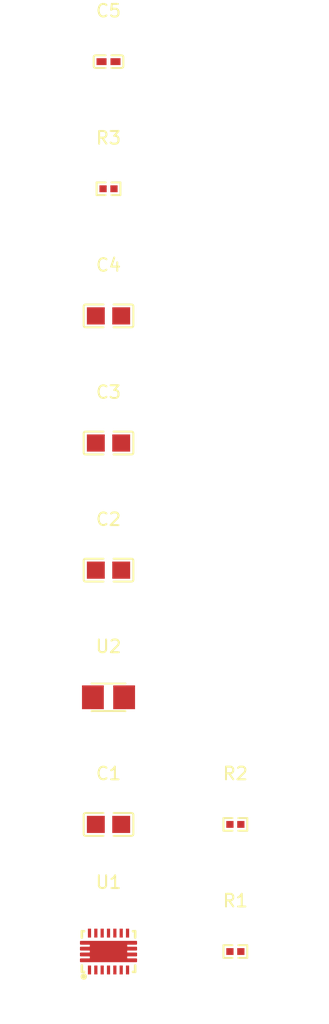
<source format=kicad_pcb>
(kicad_pcb (version 20241229) (generator "pcbnew") (generator_version "9.0")
  (layers (0 "F.Cu" signal) (2 "B.Cu" signal) (13 "F.Paste" user) (15 "B.Paste" user) (5 "F.SilkS" user "F.Silkscreen") (7 "B.SilkS" user "B.Silkscreen") (1 "F.Mask" user) (3 "B.Mask" user) (25 "Edge.Cuts" user))
  (net 0 "")
  (net 1 "L2")
  (net 2 "FB")
  (net 3 "gnd")
  (net 4 "L1")
  (net 5 "PG")
  (net 6 "VINA")
  (net 7 "hv-1")
  (net 8 "hv")
  (footprint "lib:VSON-14_L4.0-W3.0-P0.50-BL-EP_TI_DSJ" (layer "F.Cu") (at 0 0 0)
    (property "Reference" "U1" (at 0 -5.45 0) (layer "F.SilkS") (hide no))
    (property "Value" "")
    (fp_line (start 2.1 -1.1) (end 2.1 -1.6) (stroke (width 0.2)) (layer "F.SilkS"))
    (fp_line (start 2.1 -1.6) (end 1.93 -1.6) (stroke (width 0.2)) (layer "F.SilkS"))
    (fp_line (start 2.1 1.1) (end 2.1 1.6) (stroke (width 0.2)) (layer "F.SilkS"))
    (fp_line (start 2.1 1.6) (end 1.93 1.6) (stroke (width 0.2)) (layer "F.SilkS"))
    (fp_line (start -2.1 -1.1) (end -2.1 -1.6) (stroke (width 0.2)) (layer "F.SilkS"))
    (fp_line (start -2.1 -1.6) (end -1.93 -1.6) (stroke (width 0.2)) (layer "F.SilkS"))
    (fp_line (start -1.93 1.6) (end -2.1 1.6) (stroke (width 0.2)) (layer "F.SilkS"))
    (fp_line (start -2.1 1.6) (end -2.1 1.1) (stroke (width 0.2)) (layer "F.SilkS"))
    (fp_arc (start -1.95 1.97) (mid -1.95 1.97) (end -1.95 1.97) (stroke (width 0.25)) (layer "F.SilkS"))
    (fp_text user "${REFERENCE}" (at 0 -5.45 0) (layer "F.SilkS"))
    (pad "1" smd rect (at -1.5 1.45 0) (size 0.25 0.7) (layers "F.Cu" "F.Paste" "F.Mask") (net 6 "VINA"))
    (pad "2" smd rect (at -1 1.45 0) (size 0.25 0.7) (layers "F.Cu" "F.Paste" "F.Mask") (net 3 "gnd"))
    (pad "3" smd rect (at -0.5 1.45 0) (size 0.25 0.7) (layers "F.Cu" "F.Paste" "F.Mask") (net 2 "FB"))
    (pad "4" smd rect (at 0 1.45 0) (size 0.25 0.7) (layers "F.Cu" "F.Paste" "F.Mask") (net 7 "hv-1"))
    (pad "5" smd rect (at 0.5 1.45 0) (size 0.25 0.7) (layers "F.Cu" "F.Paste" "F.Mask") (net 7 "hv-1"))
    (pad "10" smd rect (at 0.5 -1.45 180) (size 0.25 0.7) (layers "F.Cu" "F.Paste" "F.Mask") (net 8 "hv"))
    (pad "11" smd rect (at 0 -1.45 180) (size 0.25 0.7) (layers "F.Cu" "F.Paste" "F.Mask") (net 8 "hv"))
    (pad "12" smd rect (at -0.5 -1.45 180) (size 0.25 0.7) (layers "F.Cu" "F.Paste" "F.Mask") (net 6 "VINA"))
    (pad "13" smd rect (at -1 -1.45 180) (size 0.25 0.7) (layers "F.Cu" "F.Paste" "F.Mask") (net 3 "gnd"))
    (pad "14" smd rect (at -1.5 -1.45 180) (size 0.25 0.7) (layers "F.Cu" "F.Paste" "F.Mask") (net 5 "PG"))
    (pad "7" smd rect (at 1.5 1.45 0) (size 0.25 0.7) (layers "F.Cu" "F.Paste" "F.Mask") (net 1 "L2"))
    (pad "6" smd rect (at 1 1.45 0) (size 0.25 0.7) (layers "F.Cu" "F.Paste" "F.Mask") (net 1 "L2"))
    (pad "8" smd rect (at 1.5 -1.45 0) (size 0.25 0.7) (layers "F.Cu" "F.Paste" "F.Mask") (net 4 "L1"))
    (pad "9" smd rect (at 1 -1.45 0) (size 0.25 0.7) (layers "F.Cu" "F.Paste" "F.Mask") (net 4 "L1"))
    (pad "15" smd custom (at 0 0 0) (size 1 1) (layers "F.Cu" "F.Paste" "F.Mask") (primitives (gr_poly (pts (xy -2.2 -0.79) (xy -2.2 -0.59) (xy -1.43 -0.59) (xy -1.43 -0.33) (xy -2.2 -0.33) (xy -2.2 -0.13) (xy -1.43 -0.13) (xy -1.43 0.13) (xy -2.2 0.13) (xy -2.2 0.33) (xy -1.43 0.33) (xy -1.43 0.59) (xy -2.2 0.59) (xy -2.2 0.79) (xy 2.2 0.79) (xy 2.2 0.59) (xy 1.43 0.59) (xy 1.43 0.33) (xy 2.2 0.33) (xy 2.2 0.13) (xy 1.43 0.13) (xy 1.43 -0.13) (xy 2.2 -0.13) (xy 2.2 -0.33) (xy 1.43 -0.33) (xy 1.43 -0.59) (xy 2.2 -0.59) (xy 2.2 -0.79) (xy -2.2 -0.79)) (width 0.1))) (net 3 "gnd"))
  )
  (footprint "atopile:C0805-3b2e55" (layer "F.Cu") (at 0 -10 0)
    (property "Reference" "C1" (at 0 -4 0) (layer "F.SilkS") (hide no))
    (property "Value" "10µF ±10% 25V X5R")
    (fp_line (start 1.81 -0.9) (end 0.4 -0.9) (stroke (width 0.15)) (layer "F.SilkS"))
    (fp_line (start 0.4 0.9) (end 1.81 0.9) (stroke (width 0.15)) (layer "F.SilkS"))
    (fp_line (start 1.96 0.75) (end 1.96 -0.75) (stroke (width 0.15)) (layer "F.SilkS"))
    (fp_line (start -1.81 -0.9) (end -0.4 -0.9) (stroke (width 0.15)) (layer "F.SilkS"))
    (fp_line (start -0.4 0.9) (end -1.81 0.9) (stroke (width 0.15)) (layer "F.SilkS"))
    (fp_line (start -1.96 0.75) (end -1.96 -0.75) (stroke (width 0.15)) (layer "F.SilkS"))
    (fp_arc (start 1.96 0.75) (mid 1.9160660171779822 0.856066017177982) (end 1.81 0.8999999999999999) (stroke (width 0.15)) (layer "F.SilkS"))
    (fp_arc (start 1.81 -0.9) (mid 1.9160660171779822 -0.8560660171779821) (end 1.96 -0.75) (stroke (width 0.15)) (layer "F.SilkS"))
    (fp_arc (start -1.96 0.75) (mid -1.9160660171779822 0.856066017177982) (end -1.81 0.8999999999999999) (stroke (width 0.15)) (layer "F.SilkS"))
    (fp_arc (start -1.81 -0.9) (mid -1.9160660171779822 -0.8560660171779821) (end -1.96 -0.75) (stroke (width 0.15)) (layer "F.SilkS"))
    (fp_text user "${REFERENCE}" (at 0 -4 0) (layer "F.SilkS"))
    (pad "2" smd rect (at 1 0 0) (size 1.41 1.35) (layers "F.Cu" "F.Paste" "F.Mask") (net 3 "gnd"))
    (pad "1" smd rect (at -1 0 0) (size 1.41 1.35) (layers "F.Cu" "F.Paste" "F.Mask") (net 8 "hv"))
  )
  (footprint "lib:IND-SMD_L2.5-W2.0_WPN252012H" (layer "F.Cu") (at 0 -20 0)
    (property "Reference" "U2" (at 0 -4 0) (layer "F.SilkS") (hide no))
    (property "Value" "1.5µH ±20%")
    (fp_line (start -1.33 -1.09) (end -1.33 -1.08) (stroke (width 0.15)) (layer "F.SilkS"))
    (fp_line (start -1.33 -1.08) (end 1.33 -1.08) (stroke (width 0.15)) (layer "F.SilkS"))
    (fp_line (start 1.33 -1.08) (end 1.33 -1.09) (stroke (width 0.15)) (layer "F.SilkS"))
    (fp_line (start -1.33 1.09) (end -1.33 1.08) (stroke (width 0.15)) (layer "F.SilkS"))
    (fp_line (start -1.33 1.08) (end 1.33 1.08) (stroke (width 0.15)) (layer "F.SilkS"))
    (fp_line (start 1.33 1.08) (end 1.33 1.09) (stroke (width 0.15)) (layer "F.SilkS"))
    (fp_text user "${REFERENCE}" (at 0 -4 0) (layer "F.SilkS"))
    (pad "1" smd rect (at 1.23 0 0) (size 1.72 1.87) (layers "F.Cu" "F.Paste" "F.Mask"))
    (pad "2" smd rect (at -1.23 0 0) (size 1.72 1.87) (layers "F.Cu" "F.Paste" "F.Mask"))
  )
  (footprint "atopile:C0805-3b2e55" (layer "F.Cu") (at 0 -30 0)
    (property "Reference" "C2" (at 0 -4 0) (layer "F.SilkS") (hide no))
    (property "Value" "10µF ±10% 25V X5R")
    (fp_line (start 1.81 -0.9) (end 0.4 -0.9) (stroke (width 0.15)) (layer "F.SilkS"))
    (fp_line (start 0.4 0.9) (end 1.81 0.9) (stroke (width 0.15)) (layer "F.SilkS"))
    (fp_line (start 1.96 0.75) (end 1.96 -0.75) (stroke (width 0.15)) (layer "F.SilkS"))
    (fp_line (start -1.81 -0.9) (end -0.4 -0.9) (stroke (width 0.15)) (layer "F.SilkS"))
    (fp_line (start -0.4 0.9) (end -1.81 0.9) (stroke (width 0.15)) (layer "F.SilkS"))
    (fp_line (start -1.96 0.75) (end -1.96 -0.75) (stroke (width 0.15)) (layer "F.SilkS"))
    (fp_arc (start 1.96 0.75) (mid 1.9160660171779822 0.856066017177982) (end 1.81 0.8999999999999999) (stroke (width 0.15)) (layer "F.SilkS"))
    (fp_arc (start 1.81 -0.9) (mid 1.9160660171779822 -0.8560660171779821) (end 1.96 -0.75) (stroke (width 0.15)) (layer "F.SilkS"))
    (fp_arc (start -1.96 0.75) (mid -1.9160660171779822 0.856066017177982) (end -1.81 0.8999999999999999) (stroke (width 0.15)) (layer "F.SilkS"))
    (fp_arc (start -1.81 -0.9) (mid -1.9160660171779822 -0.8560660171779821) (end -1.96 -0.75) (stroke (width 0.15)) (layer "F.SilkS"))
    (fp_text user "${REFERENCE}" (at 0 -4 0) (layer "F.SilkS"))
    (pad "2" smd rect (at 1 0 0) (size 1.41 1.35) (layers "F.Cu" "F.Paste" "F.Mask") (net 3 "gnd"))
    (pad "1" smd rect (at -1 0 0) (size 1.41 1.35) (layers "F.Cu" "F.Paste" "F.Mask") (net 8 "hv"))
  )
  (footprint "atopile:C0805-3b2e55" (layer "F.Cu") (at 0 -40 0)
    (property "Reference" "C3" (at 0 -4 0) (layer "F.SilkS") (hide no))
    (property "Value" "10µF ±10% 25V X5R")
    (fp_line (start 1.81 -0.9) (end 0.4 -0.9) (stroke (width 0.15)) (layer "F.SilkS"))
    (fp_line (start 0.4 0.9) (end 1.81 0.9) (stroke (width 0.15)) (layer "F.SilkS"))
    (fp_line (start 1.96 0.75) (end 1.96 -0.75) (stroke (width 0.15)) (layer "F.SilkS"))
    (fp_line (start -1.81 -0.9) (end -0.4 -0.9) (stroke (width 0.15)) (layer "F.SilkS"))
    (fp_line (start -0.4 0.9) (end -1.81 0.9) (stroke (width 0.15)) (layer "F.SilkS"))
    (fp_line (start -1.96 0.75) (end -1.96 -0.75) (stroke (width 0.15)) (layer "F.SilkS"))
    (fp_arc (start 1.96 0.75) (mid 1.9160660171779822 0.856066017177982) (end 1.81 0.8999999999999999) (stroke (width 0.15)) (layer "F.SilkS"))
    (fp_arc (start 1.81 -0.9) (mid 1.9160660171779822 -0.8560660171779821) (end 1.96 -0.75) (stroke (width 0.15)) (layer "F.SilkS"))
    (fp_arc (start -1.96 0.75) (mid -1.9160660171779822 0.856066017177982) (end -1.81 0.8999999999999999) (stroke (width 0.15)) (layer "F.SilkS"))
    (fp_arc (start -1.81 -0.9) (mid -1.9160660171779822 -0.8560660171779821) (end -1.96 -0.75) (stroke (width 0.15)) (layer "F.SilkS"))
    (fp_text user "${REFERENCE}" (at 0 -4 0) (layer "F.SilkS"))
    (pad "2" smd rect (at 1 0 0) (size 1.41 1.35) (layers "F.Cu" "F.Paste" "F.Mask") (net 3 "gnd"))
    (pad "1" smd rect (at -1 0 0) (size 1.41 1.35) (layers "F.Cu" "F.Paste" "F.Mask") (net 7 "hv-1"))
  )
  (footprint "atopile:C0805-3b2e55" (layer "F.Cu") (at 0 -50 0)
    (property "Reference" "C4" (at 0 -4 0) (layer "F.SilkS") (hide no))
    (property "Value" "10µF ±10% 25V X5R")
    (fp_line (start 1.81 -0.9) (end 0.4 -0.9) (stroke (width 0.15)) (layer "F.SilkS"))
    (fp_line (start 0.4 0.9) (end 1.81 0.9) (stroke (width 0.15)) (layer "F.SilkS"))
    (fp_line (start 1.96 0.75) (end 1.96 -0.75) (stroke (width 0.15)) (layer "F.SilkS"))
    (fp_line (start -1.81 -0.9) (end -0.4 -0.9) (stroke (width 0.15)) (layer "F.SilkS"))
    (fp_line (start -0.4 0.9) (end -1.81 0.9) (stroke (width 0.15)) (layer "F.SilkS"))
    (fp_line (start -1.96 0.75) (end -1.96 -0.75) (stroke (width 0.15)) (layer "F.SilkS"))
    (fp_arc (start 1.96 0.75) (mid 1.9160660171779822 0.856066017177982) (end 1.81 0.8999999999999999) (stroke (width 0.15)) (layer "F.SilkS"))
    (fp_arc (start 1.81 -0.9) (mid 1.9160660171779822 -0.8560660171779821) (end 1.96 -0.75) (stroke (width 0.15)) (layer "F.SilkS"))
    (fp_arc (start -1.96 0.75) (mid -1.9160660171779822 0.856066017177982) (end -1.81 0.8999999999999999) (stroke (width 0.15)) (layer "F.SilkS"))
    (fp_arc (start -1.81 -0.9) (mid -1.9160660171779822 -0.8560660171779821) (end -1.96 -0.75) (stroke (width 0.15)) (layer "F.SilkS"))
    (fp_text user "${REFERENCE}" (at 0 -4 0) (layer "F.SilkS"))
    (pad "2" smd rect (at 1 0 0) (size 1.41 1.35) (layers "F.Cu" "F.Paste" "F.Mask") (net 3 "gnd"))
    (pad "1" smd rect (at -1 0 0) (size 1.41 1.35) (layers "F.Cu" "F.Paste" "F.Mask") (net 7 "hv-1"))
  )
  (footprint "atopile:R0402-56259e" (layer "F.Cu") (at 0 -60 0)
    (property "Reference" "R3" (at 0 -4 0) (layer "F.SilkS") (hide no))
    (property "Value" "1MΩ ±1% 62.5mW")
    (fp_line (start -0.23 0.5) (end -0.94 0.5) (stroke (width 0.15)) (layer "F.SilkS"))
    (fp_line (start -0.94 0.5) (end -0.94 -0.5) (stroke (width 0.15)) (layer "F.SilkS"))
    (fp_line (start -0.94 -0.5) (end -0.23 -0.5) (stroke (width 0.15)) (layer "F.SilkS"))
    (fp_line (start 0.23 0.5) (end 0.94 0.5) (stroke (width 0.15)) (layer "F.SilkS"))
    (fp_line (start 0.94 0.5) (end 0.94 -0.5) (stroke (width 0.15)) (layer "F.SilkS"))
    (fp_line (start 0.94 -0.5) (end 0.23 -0.5) (stroke (width 0.15)) (layer "F.SilkS"))
    (fp_text user "${REFERENCE}" (at 0 -4 0) (layer "F.SilkS"))
    (pad "2" smd rect (at 0.43 0 0) (size 0.57 0.54) (layers "F.Cu" "F.Paste" "F.Mask") (net 3 "gnd"))
    (pad "1" smd rect (at -0.43 0 0) (size 0.57 0.54) (layers "F.Cu" "F.Paste" "F.Mask") (net 5 "PG"))
  )
  (footprint "atopile:C0402-b3ef17" (layer "F.Cu") (at 0 -70 0)
    (property "Reference" "C5" (at 0 -4 0) (layer "F.SilkS") (hide no))
    (property "Value" "100nF ±10% 16V X7R")
    (fp_line (start 1.02 -0.5) (end 0.23 -0.5) (stroke (width 0.15)) (layer "F.SilkS"))
    (fp_line (start 0.23 0.5) (end 1.02 0.5) (stroke (width 0.15)) (layer "F.SilkS"))
    (fp_line (start 1.17 0.35) (end 1.17 -0.35) (stroke (width 0.15)) (layer "F.SilkS"))
    (fp_line (start -1.02 -0.5) (end -0.23 -0.5) (stroke (width 0.15)) (layer "F.SilkS"))
    (fp_line (start -0.23 0.5) (end -1.02 0.5) (stroke (width 0.15)) (layer "F.SilkS"))
    (fp_line (start -1.17 0.35) (end -1.17 -0.35) (stroke (width 0.15)) (layer "F.SilkS"))
    (fp_arc (start 1.17 0.35) (mid 1.1260660171779822 0.456066017177982) (end 1.02 0.4999999999999999) (stroke (width 0.15)) (layer "F.SilkS"))
    (fp_arc (start 1.02 -0.5) (mid 1.1260660171779822 -0.4560660171779821) (end 1.17 -0.35) (stroke (width 0.15)) (layer "F.SilkS"))
    (fp_arc (start -1.17 0.35) (mid -1.1260660171779822 0.456066017177982) (end -1.02 0.4999999999999999) (stroke (width 0.15)) (layer "F.SilkS"))
    (fp_arc (start -1.02 -0.5) (mid -1.1260660171779822 -0.4560660171779821) (end -1.17 -0.35) (stroke (width 0.15)) (layer "F.SilkS"))
    (fp_text user "${REFERENCE}" (at 0 -4 0) (layer "F.SilkS"))
    (pad "2" smd rect (at 0.55 0 0) (size 0.79 0.54) (layers "F.Cu" "F.Paste" "F.Mask") (net 3 "gnd"))
    (pad "1" smd rect (at -0.55 0 0) (size 0.79 0.54) (layers "F.Cu" "F.Paste" "F.Mask") (net 6 "VINA"))
  )
  (footprint "atopile:R0402-56259e" (layer "F.Cu") (at 10 0 0)
    (property "Reference" "R1" (at 0 -4 0) (layer "F.SilkS") (hide no))
    (property "Value" "10kΩ ±1% 62.5mW")
    (fp_line (start -0.23 0.5) (end -0.94 0.5) (stroke (width 0.15)) (layer "F.SilkS"))
    (fp_line (start -0.94 0.5) (end -0.94 -0.5) (stroke (width 0.15)) (layer "F.SilkS"))
    (fp_line (start -0.94 -0.5) (end -0.23 -0.5) (stroke (width 0.15)) (layer "F.SilkS"))
    (fp_line (start 0.23 0.5) (end 0.94 0.5) (stroke (width 0.15)) (layer "F.SilkS"))
    (fp_line (start 0.94 0.5) (end 0.94 -0.5) (stroke (width 0.15)) (layer "F.SilkS"))
    (fp_line (start 0.94 -0.5) (end 0.23 -0.5) (stroke (width 0.15)) (layer "F.SilkS"))
    (fp_text user "${REFERENCE}" (at 0 -4 0) (layer "F.SilkS"))
    (pad "2" smd rect (at 0.43 0 0) (size 0.57 0.54) (layers "F.Cu" "F.Paste" "F.Mask") (net 3 "gnd"))
    (pad "1" smd rect (at -0.43 0 0) (size 0.57 0.54) (layers "F.Cu" "F.Paste" "F.Mask") (net 2 "FB"))
  )
  (footprint "atopile:R0402-56259e" (layer "F.Cu") (at 10 -10 0)
    (property "Reference" "R2" (at 0 -4 0) (layer "F.SilkS") (hide no))
    (property "Value" "27kΩ ±1% 62.5mW")
    (fp_line (start -0.23 0.5) (end -0.94 0.5) (stroke (width 0.15)) (layer "F.SilkS"))
    (fp_line (start -0.94 0.5) (end -0.94 -0.5) (stroke (width 0.15)) (layer "F.SilkS"))
    (fp_line (start -0.94 -0.5) (end -0.23 -0.5) (stroke (width 0.15)) (layer "F.SilkS"))
    (fp_line (start 0.23 0.5) (end 0.94 0.5) (stroke (width 0.15)) (layer "F.SilkS"))
    (fp_line (start 0.94 0.5) (end 0.94 -0.5) (stroke (width 0.15)) (layer "F.SilkS"))
    (fp_line (start 0.94 -0.5) (end 0.23 -0.5) (stroke (width 0.15)) (layer "F.SilkS"))
    (fp_text user "${REFERENCE}" (at 0 -4 0) (layer "F.SilkS"))
    (pad "2" smd rect (at 0.43 0 0) (size 0.57 0.54) (layers "F.Cu" "F.Paste" "F.Mask") (net 2 "FB"))
    (pad "1" smd rect (at -0.43 0 0) (size 0.57 0.54) (layers "F.Cu" "F.Paste" "F.Mask") (net 7 "hv-1"))
  )
)
</source>
